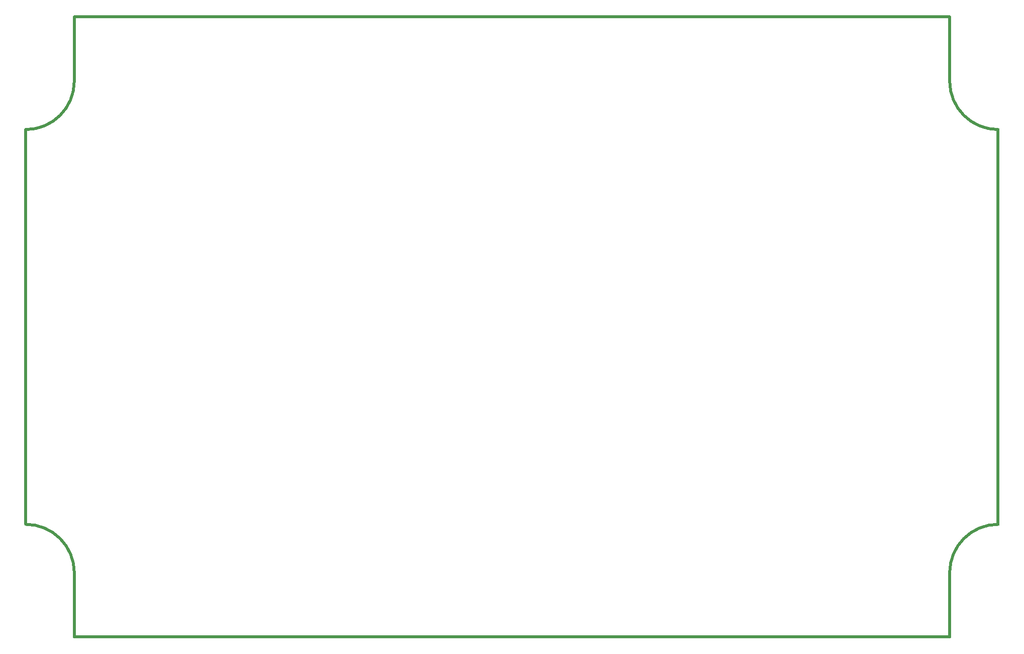
<source format=gbr>
%TF.GenerationSoftware,Altium Limited,Altium Designer,23.6.0 (18)*%
G04 Layer_Color=32768*
%FSLAX43Y43*%
%MOMM*%
%TF.SameCoordinates,02C31AF8-F4BC-48A1-AB84-B672334353EB*%
%TF.FilePolarity,Positive*%
%TF.FileFunction,Other,Outline*%
%TF.Part,Single*%
G01*
G75*
%TA.AperFunction,NonConductor*%
%ADD56C,0.500*%
D56*
X8291Y106156D02*
G03*
X8291Y106156I-3J0D01*
G01*
X167092Y86776D02*
G03*
X167092Y86776I-3J0D01*
G01*
D02*
G03*
X167092Y86776I-3J0D01*
G01*
X8291Y106156D02*
G03*
X8291Y106156I-3J0D01*
G01*
X8291Y-524D02*
G03*
X8291Y-524I-3J0D01*
G01*
X8291D02*
G03*
X8291Y-524I-3J0D01*
G01*
X158760D02*
G03*
X158760Y-524I-3J0D01*
G01*
X167092Y18856D02*
G03*
X167092Y18856I-3J0D01*
G01*
X8288Y10525D02*
G03*
X-44Y18856I-8331J0D01*
G01*
X158757Y95107D02*
G03*
X167088Y86776I8331J0D01*
G01*
X-44D02*
G03*
X8288Y95107I0J8331D01*
G01*
X167088Y18856D02*
G03*
X158757Y10525I0J-8331D01*
G01*
X8288Y-524D02*
X158757D01*
X8288Y106156D02*
X158757D01*
X8288Y-524D02*
Y10525D01*
X158757Y95107D02*
Y106156D01*
X-44Y18856D02*
Y86776D01*
X167088Y18856D02*
Y86776D01*
X8288Y95107D02*
Y106156D01*
X158757Y-524D02*
Y10525D01*
%TF.MD5,4e8854c95facd2449c7a7586a347a76b*%
M02*

</source>
